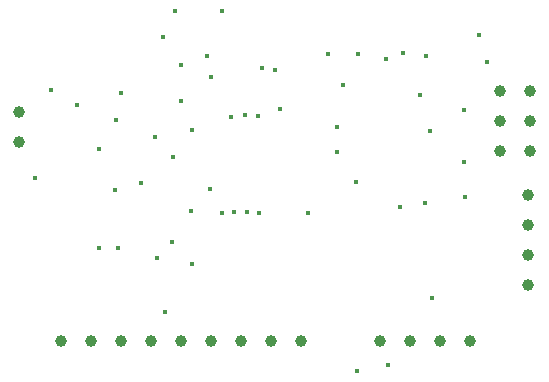
<source format=gbr>
%TF.GenerationSoftware,KiCad,Pcbnew,7.0.5*%
%TF.CreationDate,2024-01-17T23:55:06+05:30*%
%TF.ProjectId,mcu datalogger,6d637520-6461-4746-916c-6f676765722e,1*%
%TF.SameCoordinates,Original*%
%TF.FileFunction,Plated,1,2,PTH,Drill*%
%TF.FilePolarity,Positive*%
%FSLAX46Y46*%
G04 Gerber Fmt 4.6, Leading zero omitted, Abs format (unit mm)*
G04 Created by KiCad (PCBNEW 7.0.5) date 2024-01-17 23:55:06*
%MOMM*%
%LPD*%
G01*
G04 APERTURE LIST*
%TA.AperFunction,ViaDrill*%
%ADD10C,0.400000*%
%TD*%
%TA.AperFunction,ComponentDrill*%
%ADD11C,1.000000*%
%TD*%
G04 APERTURE END LIST*
D10*
X107569000Y-81000600D03*
X108889800Y-73609200D03*
X111074200Y-74879200D03*
X112953800Y-86918800D03*
X113004600Y-78562200D03*
X114350800Y-82016600D03*
X114376200Y-76098400D03*
X114579400Y-86918800D03*
X114858800Y-73812400D03*
X116535200Y-81457800D03*
X117703600Y-77597000D03*
X117906800Y-87782400D03*
X118414800Y-69088000D03*
X118592600Y-92354400D03*
X119112700Y-86410800D03*
X119278400Y-79273400D03*
X119380000Y-66903600D03*
X119888000Y-71457900D03*
X119913400Y-74498200D03*
X120726200Y-83820000D03*
X120815700Y-76987400D03*
X120827800Y-88315800D03*
X122144250Y-70733400D03*
X122377200Y-81991200D03*
X122453400Y-72444100D03*
X123344309Y-66886409D03*
X123367800Y-83997800D03*
X124150901Y-75840101D03*
X124434600Y-83870800D03*
X125298200Y-75717400D03*
X125526800Y-83947000D03*
X126441200Y-75742800D03*
X126542800Y-83997800D03*
X126796800Y-71729600D03*
X127838200Y-71856600D03*
X128320800Y-75158600D03*
X130657600Y-83972400D03*
X132334000Y-70561200D03*
X133096000Y-78790800D03*
X133121400Y-76708000D03*
X133629400Y-73152000D03*
X134721600Y-81330800D03*
X134856993Y-97332800D03*
X134899400Y-70561200D03*
X137261600Y-70967600D03*
X137414000Y-96843100D03*
X138480800Y-83464400D03*
X138709400Y-70485000D03*
X140182600Y-74041000D03*
X140614400Y-83134200D03*
X140690600Y-70662800D03*
X140995400Y-77012800D03*
X141198600Y-91186000D03*
X143840200Y-75234800D03*
X143916400Y-79705200D03*
X143992600Y-82651600D03*
X145161000Y-68935600D03*
X145821400Y-71221600D03*
D11*
%TO.C,BT1*%
X106197400Y-75407600D03*
X106197400Y-77947600D03*
%TO.C,J2*%
X109778800Y-94869000D03*
X112318800Y-94869000D03*
X114858800Y-94869000D03*
X117398800Y-94869000D03*
X119938800Y-94869000D03*
X122478800Y-94869000D03*
X125018800Y-94869000D03*
X127558800Y-94869000D03*
X130098800Y-94869000D03*
%TO.C,J3*%
X136804400Y-94843600D03*
X139344400Y-94843600D03*
X141884400Y-94843600D03*
X144424400Y-94843600D03*
%TO.C,J4*%
X146939000Y-73685400D03*
X146939000Y-76225400D03*
X146939000Y-78765400D03*
%TO.C,J1*%
X149326600Y-82448400D03*
X149326600Y-84988400D03*
X149326600Y-87528400D03*
X149326600Y-90068400D03*
%TO.C,J4*%
X149479000Y-73685400D03*
X149479000Y-76225400D03*
X149479000Y-78765400D03*
M02*

</source>
